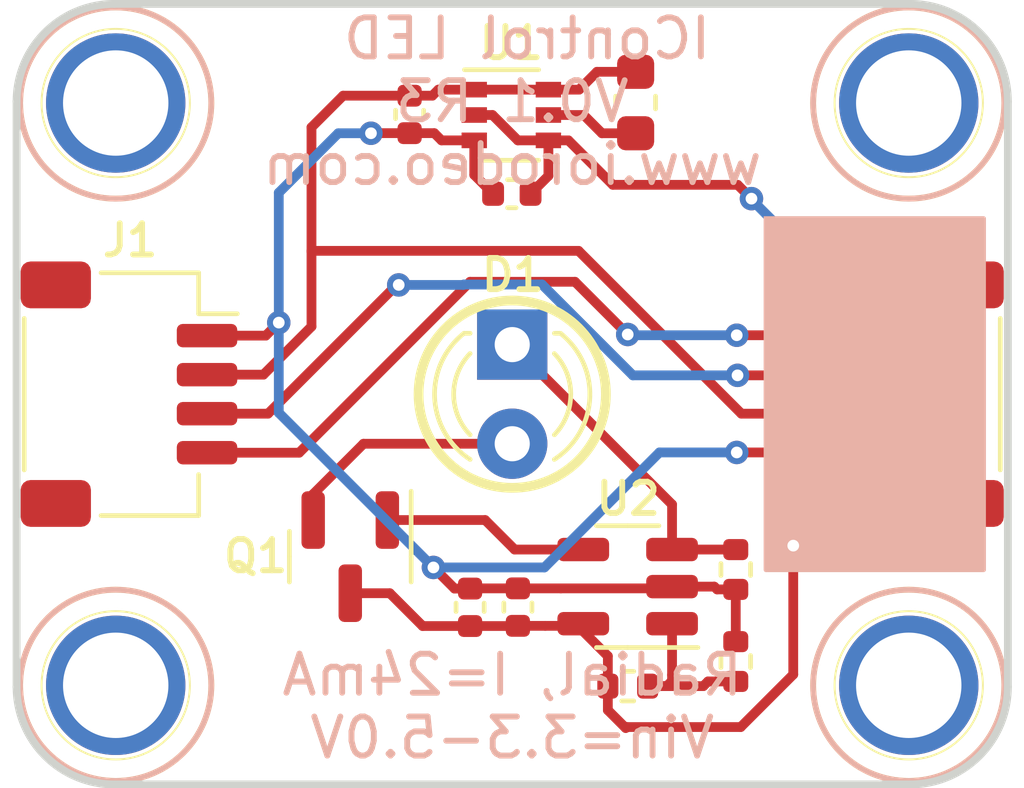
<source format=kicad_pcb>
(kicad_pcb (version 20221018) (generator pcbnew)
  (layers (0 "F.Cu" signal) (31 "B.Cu" signal) (34 "B.Paste" user) (35 "F.Paste" user) (36 "B.SilkS" user "B.Silkscreen") (37 "F.SilkS" user "F.Silkscreen") (38 "B.Mask" user) (39 "F.Mask" user) (44 "Edge.Cuts" user))
  (net 0 "")
  (net 1 "GND")
  (net 2 "/VIN")
  (net 3 "/VL")
  (net 4 "/SCL")
  (net 5 "/SDA")
  (net 6 "/5V")
  (net 7 "Net-(D1-K)")
  (net 8 "Net-(D1-A)")
  (net 9 "Net-(Q1-B)")
  (net 10 "/Vset")
  (footprint "custom_mount_hole:MountingHole_2.5mm_Pad" (layer "F.Cu") (at 52.54 52.54)
    (fp_text reference "M1" hide)
    (fp_text value "MountingHole_2.5mm_Pad" hide)
    (fp_circle (center 0 0) (end 2.45 0) (stroke (width 0.15)) (fill none) (layer "B.SilkS"))
    (fp_circle (center 0 0) (end 1.9 0) (stroke (width 0.05)) (fill none) (layer "F.SilkS"))
    (fp_circle (center 0 0) (end 2.45 0) (stroke (width 0.15)) (fill none) (layer "F.SilkS"))
    (pad "~" thru_hole circle (at 0 0) (size 3.57 3.57) (drill 2.7) (layers "*.Cu" "*.Mask"))
  )
  (footprint "custom_mount_hole:MountingHole_2.5mm_Pad" (layer "F.Cu") (at 72.86 52.54)
    (fp_text reference "M2" hide)
    (fp_text value "MountingHole_2.5mm_Pad" hide)
    (fp_circle (center 0 0) (end 2.45 0) (stroke (width 0.15)) (fill none) (layer "B.SilkS"))
    (fp_circle (center 0 0) (end 1.9 0) (stroke (width 0.05)) (fill none) (layer "F.SilkS"))
    (fp_circle (center 0 0) (end 2.45 0) (stroke (width 0.15)) (fill none) (layer "F.SilkS"))
    (pad "~" thru_hole circle (at 0 0) (size 3.57 3.57) (drill 2.7) (layers "*.Cu" "*.Mask"))
  )
  (footprint "custom_mount_hole:MountingHole_2.5mm_Pad" (layer "F.Cu") (at 72.86 67.46)
    (fp_text reference "M3" hide)
    (fp_text value "MountingHole_2.5mm_Pad" hide)
    (fp_circle (center 0 0) (end 2.45 0) (stroke (width 0.15)) (fill none) (layer "B.SilkS"))
    (fp_circle (center 0 0) (end 1.9 0) (stroke (width 0.05)) (fill none) (layer "F.SilkS"))
    (fp_circle (center 0 0) (end 2.45 0) (stroke (width 0.15)) (fill none) (layer "F.SilkS"))
    (pad "~" thru_hole circle (at 0 0) (size 3.57 3.57) (drill 2.7) (layers "*.Cu" "*.Mask"))
  )
  (footprint "custom_mount_hole:MountingHole_2.5mm_Pad" (layer "F.Cu") (at 52.54 67.46)
    (fp_text reference "M4" hide)
    (fp_text value "MountingHole_2.5mm_Pad" hide)
    (fp_circle (center 0 0) (end 2.45 0) (stroke (width 0.15)) (fill none) (layer "B.SilkS"))
    (fp_circle (center 0 0) (end 1.9 0) (stroke (width 0.05)) (fill none) (layer "F.SilkS"))
    (fp_circle (center 0 0) (end 2.45 0) (stroke (width 0.15)) (fill none) (layer "F.SilkS"))
    (pad "~" thru_hole circle (at 0 0) (size 3.57 3.57) (drill 2.7) (layers "*.Cu" "*.Mask"))
  )
  (footprint "LED_D3mm_custom:LED_D3.0mm" (layer "F.Cu") (at 62.7 58.73 -90)
    (fp_text reference "D1" (at -1.7832 -0.0126 180) (layer "F.SilkS") (effects (font (size 0.8 0.8))))
    (fp_text value "LED" hide)
    (fp_line (start -0.29 -1.236) (end -0.29 -1.08) (stroke (width 0.12)) (layer "F.SilkS"))
    (fp_line (start -0.29 1.08) (end -0.29 1.236) (stroke (width 0.12)) (layer "F.SilkS"))
    (fp_arc (start -0.29 -1.235516) (mid 1.366487 -1.987659) (end 2.942335 -1.078608) (stroke (width 0.12)) (layer "F.SilkS"))
    (fp_arc (start 0.229039 -1.08) (mid 1.270117 -1.5) (end 2.31113 -1.079837) (stroke (width 0.12)) (layer "F.SilkS"))
    (fp_arc (start 2.31113 1.079837) (mid 1.270117 1.5) (end 0.229039 1.08) (stroke (width 0.12)) (layer "F.SilkS"))
    (fp_arc (start 2.942335 1.078608) (mid 1.366487 1.987659) (end -0.29 1.235516) (stroke (width 0.12)) (layer "F.SilkS"))
    (pad "1" thru_hole rect (at 0 0 270) (size 1.8 1.8) (drill 0.9) (layers "*.Cu" "*.Mask") (net 7 "Net-(D1-K)"))
    (pad "2" thru_hole circle (at 2.54 0 270) (size 1.8 1.8) (drill 0.9) (layers "*.Cu" "*.Mask") (net 8 "Net-(D1-A)"))
  )
  (footprint "JST_SH_SM04B_custom:JST_SH_SM04B-SRSS-TB_1x04-1MP_P1.00mm_Horizontal" (layer "F.Cu") (at 52.88 60 -90)
    (fp_text reference "J1" (at -3.9422 -0.0298) (layer "F.SilkS") (effects (font (size 0.8 0.8))))
    (fp_text value "Conn_01x04" hide)
    (fp_line (start -3.11 -1.785) (end -2.06 -1.785) (stroke (width 0.12)) (layer "F.SilkS"))
    (fp_line (start -3.11 0.715) (end -3.11 -1.785) (stroke (width 0.12)) (layer "F.SilkS"))
    (fp_line (start -2.06 -1.785) (end -2.06 -2.775) (stroke (width 0.12)) (layer "F.SilkS"))
    (fp_line (start -1.94 2.685) (end 1.94 2.685) (stroke (width 0.12)) (layer "F.SilkS"))
    (fp_line (start 3.11 -1.785) (end 2.06 -1.785) (stroke (width 0.12)) (layer "F.SilkS"))
    (fp_line (start 3.11 0.715) (end 3.11 -1.785) (stroke (width 0.12)) (layer "F.SilkS"))
    (pad "1" smd roundrect (at -1.5 -2 270) (size 0.6 1.55) (layers "F.Cu" "F.Paste" "F.Mask") (net 1 "GND"))
    (pad "2" smd roundrect (at -0.5 -2 270) (size 0.6 1.55) (layers "F.Cu" "F.Paste" "F.Mask") (net 2 "/VIN"))
    (pad "3" smd roundrect (at 0.5 -2 270) (size 0.6 1.55) (layers "F.Cu" "F.Paste" "F.Mask") (net 5 "/SDA"))
    (pad "4" smd roundrect (at 1.5 -2 270) (size 0.6 1.55) (layers "F.Cu" "F.Paste" "F.Mask") (net 4 "/SCL"))
    (pad "MP" smd roundrect (at -2.8 1.875 270) (size 1.2 1.8) (layers "F.Cu" "F.Paste" "F.Mask") (roundrect_rratio 0.2083333333))
    (pad "MP" smd roundrect (at 2.8 1.875 270) (size 1.2 1.8) (layers "F.Cu" "F.Paste" "F.Mask") (roundrect_rratio 0.2083333333))
  )
  (footprint "JST_SH_SM04B_custom:JST_SH_SM04B-SRSS-TB_1x04-1MP_P1.00mm_Horizontal" (layer "F.Cu") (at 72.52 60 90)
    (fp_text reference "J2" (at 3.8152 0.0208 180) (layer "F.SilkS") (effects (font (size 0.8 0.8))))
    (fp_text value "Conn_01x04" hide)
    (fp_line (start -3.11 -1.785) (end -2.06 -1.785) (stroke (width 0.12)) (layer "F.SilkS"))
    (fp_line (start -3.11 0.715) (end -3.11 -1.785) (stroke (width 0.12)) (layer "F.SilkS"))
    (fp_line (start -2.06 -1.785) (end -2.06 -2.775) (stroke (width 0.12)) (layer "F.SilkS"))
    (fp_line (start -1.94 2.685) (end 1.94 2.685) (stroke (width 0.12)) (layer "F.SilkS"))
    (fp_line (start 3.11 -1.785) (end 2.06 -1.785) (stroke (width 0.12)) (layer "F.SilkS"))
    (fp_line (start 3.11 0.715) (end 3.11 -1.785) (stroke (width 0.12)) (layer "F.SilkS"))
    (pad "1" smd roundrect (at -1.5 -2 90) (size 0.6 1.55) (layers "F.Cu" "F.Paste" "F.Mask") (net 1 "GND"))
    (pad "2" smd roundrect (at -0.5 -2 90) (size 0.6 1.55) (layers "F.Cu" "F.Paste" "F.Mask") (net 2 "/VIN"))
    (pad "3" smd roundrect (at 0.5 -2 90) (size 0.6 1.55) (layers "F.Cu" "F.Paste" "F.Mask") (net 5 "/SDA"))
    (pad "4" smd roundrect (at 1.5 -2 90) (size 0.6 1.55) (layers "F.Cu" "F.Paste" "F.Mask") (net 4 "/SCL"))
    (pad "MP" smd roundrect (at -2.8 1.875 90) (size 1.2 1.8) (layers "F.Cu" "F.Paste" "F.Mask") (roundrect_rratio 0.2083333333))
    (pad "MP" smd roundrect (at 2.8 1.875 90) (size 1.2 1.8) (layers "F.Cu" "F.Paste" "F.Mask") (roundrect_rratio 0.2083333333))
  )
  (footprint "Resistor_SMD:R_0402_1005Metric" (layer "F.Cu") (at 68.4276 64.4926 -90)
    (fp_text reference "R1" hide)
    (fp_text value "10" hide)
    (fp_line (start -0.153641 -0.38) (end 0.153641 -0.38) (stroke (width 0.12)) (layer "F.SilkS"))
    (fp_line (start -0.153641 0.38) (end 0.153641 0.38) (stroke (width 0.12)) (layer "F.SilkS"))
    (pad "1" smd roundrect (at -0.51 0 270) (size 0.54 0.64) (layers "F.Cu" "F.Paste" "F.Mask") (net 7 "Net-(D1-K)"))
    (pad "2" smd roundrect (at 0.51 0 270) (size 0.54 0.64) (layers "F.Cu" "F.Paste" "F.Mask") (net 1 "GND"))
  )
  (footprint "Package_TO_SOT_SMD:SOT-23-5" (layer "F.Cu") (at 65.6577 64.931 180)
    (fp_text reference "U2" (at -0.0125 2.25) (layer "F.SilkS") (effects (font (size 0.8 0.8) (thickness 0.15) bold)))
    (fp_text value "LMV321")
    (fp_line (start 0 -1.56) (end -1.8 -1.56) (stroke (width 0.12)) (layer "F.SilkS"))
    (fp_line (start 0 -1.56) (end 0.8 -1.56) (stroke (width 0.12)) (layer "F.SilkS"))
    (fp_line (start 0 1.56) (end -0.8 1.56) (stroke (width 0.12)) (layer "F.SilkS"))
    (fp_line (start 0 1.56) (end 0.8 1.56) (stroke (width 0.12)) (layer "F.SilkS"))
    (pad "1" smd roundrect (at -1.1375 -0.95 180) (size 1.325 0.6) (layers "F.Cu" "F.Paste" "F.Mask") (net 10 "/Vset"))
    (pad "2" smd roundrect (at -1.1375 0 180) (size 1.325 0.6) (layers "F.Cu" "F.Paste" "F.Mask") (net 1 "GND"))
    (pad "3" smd roundrect (at -1.1375 0.95 180) (size 1.325 0.6) (layers "F.Cu" "F.Paste" "F.Mask") (net 7 "Net-(D1-K)"))
    (pad "4" smd roundrect (at 1.1375 0.95 180) (size 1.325 0.6) (layers "F.Cu" "F.Paste" "F.Mask") (net 9 "Net-(Q1-B)"))
    (pad "5" smd roundrect (at 1.1375 -0.95 180) (size 1.325 0.6) (layers "F.Cu" "F.Paste" "F.Mask") (net 6 "/5V"))
  )
  (footprint "Capacitor_SMD:C_0402_1005Metric" (layer "F.Cu") (at 62.8452 65.456 90)
    (fp_text reference "C3" hide)
    (fp_text value "0.1uF" hide)
    (fp_line (start -0.107836 -0.36) (end 0.107836 -0.36) (stroke (width 0.12)) (layer "F.SilkS"))
    (fp_line (start -0.107836 0.36) (end 0.107836 0.36) (stroke (width 0.12)) (layer "F.SilkS"))
    (pad "1" smd roundrect (at -0.48 0 90) (size 0.56 0.62) (layers "F.Cu" "F.Paste" "F.Mask") (net 6 "/5V"))
    (pad "2" smd roundrect (at 0.48 0 90) (size 0.56 0.62) (layers "F.Cu" "F.Paste" "F.Mask") (net 1 "GND"))
  )
  (footprint "Resistor_SMD:R_0402_1005Metric" (layer "F.Cu") (at 68.4276 66.8508 90)
    (fp_text reference "R3" hide)
    (fp_text value "1k" hide)
    (fp_line (start -0.153641 -0.38) (end 0.153641 -0.38) (stroke (width 0.12)) (layer "F.SilkS"))
    (fp_line (start -0.153641 0.38) (end 0.153641 0.38) (stroke (width 0.12)) (layer "F.SilkS"))
    (pad "1" smd roundrect (at -0.51 0 90) (size 0.54 0.64) (layers "F.Cu" "F.Paste" "F.Mask") (net 10 "/Vset"))
    (pad "2" smd roundrect (at 0.51 0 90) (size 0.54 0.64) (layers "F.Cu" "F.Paste" "F.Mask") (net 1 "GND"))
  )
  (footprint "Inductor_SMD:L_0603_1608Metric" (layer "F.Cu") (at 65.8622 52.5272 -90)
    (fp_text reference "L1" hide)
    (fp_text value "4.7uF" hide)
    (fp_line (start -0.162779 -0.51) (end 0.162779 -0.51) (stroke (width 0.12)) (layer "F.SilkS"))
    (fp_line (start -0.162779 0.51) (end 0.162779 0.51) (stroke (width 0.12)) (layer "F.SilkS"))
    (pad "1" smd roundrect (at -0.7875 0 270) (size 0.875 0.95) (layers "F.Cu" "F.Paste" "F.Mask") (net 2 "/VIN"))
    (pad "2" smd roundrect (at 0.7875 0 270) (size 0.875 0.95) (layers "F.Cu" "F.Paste" "F.Mask") (net 3 "/VL"))
  )
  (footprint "Resistor_SMD:R_0402_1005Metric" (layer "F.Cu") (at 65.6602 67.481)
    (fp_text reference "R2" hide)
    (fp_text value "20k" hide)
    (fp_line (start -0.153641 -0.38) (end 0.153641 -0.38) (stroke (width 0.12)) (layer "F.SilkS"))
    (fp_line (start -0.153641 0.38) (end 0.153641 0.38) (stroke (width 0.12)) (layer "F.SilkS"))
    (pad "1" smd roundrect (at -0.51 0) (size 0.54 0.64) (layers "F.Cu" "F.Paste" "F.Mask") (net 6 "/5V"))
    (pad "2" smd roundrect (at 0.51 0) (size 0.54 0.64) (layers "F.Cu" "F.Paste" "F.Mask") (net 10 "/Vset"))
  )
  (footprint "Capacitor_SMD:C_0402_1005Metric" (layer "F.Cu") (at 60.071 52.832 90)
    (fp_text reference "C1" hide)
    (fp_text value "10uF" hide)
    (fp_line (start -0.107836 -0.36) (end 0.107836 -0.36) (stroke (width 0.12)) (layer "F.SilkS"))
    (fp_line (start -0.107836 0.36) (end 0.107836 0.36) (stroke (width 0.12)) (layer "F.SilkS"))
    (pad "1" smd roundrect (at -0.48 0 90) (size 0.56 0.62) (layers "F.Cu" "F.Paste" "F.Mask") (net 1 "GND"))
    (pad "2" smd roundrect (at 0.48 0 90) (size 0.56 0.62) (layers "F.Cu" "F.Paste" "F.Mask") (net 2 "/VIN"))
  )
  (footprint "Package_TO_SOT_SMD:SOT-363_SC-70-6" (layer "F.Cu") (at 62.677 52.847)
    (fp_text reference "U1" (at 0 -1.8438) (layer "F.SilkS") (effects (font (size 0.8 0.8))))
    (fp_text value "TPS61222DCK" hide)
    (fp_line (start -0.7 1.16) (end 0.7 1.16) (stroke (width 0.12)) (layer "F.SilkS"))
    (fp_line (start 0.7 -1.16) (end -1.2 -1.16) (stroke (width 0.12)) (layer "F.SilkS"))
    (pad "1" smd rect (at -0.95 -0.65) (size 0.65 0.4) (layers "F.Cu" "F.Paste" "F.Mask") (net 2 "/VIN"))
    (pad "2" smd rect (at -0.95 0) (size 0.65 0.4) (layers "F.Cu" "F.Paste" "F.Mask") (net 6 "/5V"))
    (pad "3" smd rect (at -0.95 0.65) (size 0.65 0.4) (layers "F.Cu" "F.Paste" "F.Mask") (net 1 "GND"))
    (pad "4" smd rect (at 0.95 0.65) (size 0.65 0.4) (layers "F.Cu" "F.Paste" "F.Mask") (net 6 "/5V"))
    (pad "5" smd rect (at 0.95 0) (size 0.65 0.4) (layers "F.Cu" "F.Paste" "F.Mask") (net 3 "/VL"))
    (pad "6" smd rect (at 0.95 -0.65) (size 0.65 0.4) (layers "F.Cu" "F.Paste" "F.Mask") (net 2 "/VIN"))
  )
  (footprint "Capacitor_SMD:C_0402_1005Metric" (layer "F.Cu") (at 61.6202 65.461 90)
    (fp_text reference "C4" hide)
    (fp_text value "10uF" hide)
    (fp_line (start -0.107836 -0.36) (end 0.107836 -0.36) (stroke (width 0.12)) (layer "F.SilkS"))
    (fp_line (start -0.107836 0.36) (end 0.107836 0.36) (stroke (width 0.12)) (layer "F.SilkS"))
    (pad "1" smd roundrect (at -0.48 0 90) (size 0.56 0.62) (layers "F.Cu" "F.Paste" "F.Mask") (net 6 "/5V"))
    (pad "2" smd roundrect (at 0.48 0 90) (size 0.56 0.62) (layers "F.Cu" "F.Paste" "F.Mask") (net 1 "GND"))
  )
  (footprint "Package_TO_SOT_SMD:SOT-23" (layer "F.Cu") (at 58.55 64.1625 -90)
    (fp_text reference "Q1" (at -0.0125 2.425 -180) (layer "F.SilkS") (effects (font (size 0.8 0.8) (thickness 0.15) bold)))
    (fp_text value "MMBT5551L" hide)
    (fp_line (start 0 -1.56) (end -1.675 -1.56) (stroke (width 0.12)) (layer "F.SilkS"))
    (fp_line (start 0 -1.56) (end 0.65 -1.56) (stroke (width 0.12)) (layer "F.SilkS"))
    (fp_line (start 0 1.56) (end -0.65 1.56) (stroke (width 0.12)) (layer "F.SilkS"))
    (fp_line (start 0 1.56) (end 0.65 1.56) (stroke (width 0.12)) (layer "F.SilkS"))
    (pad "1" smd roundrect (at -0.9375 -0.95 270) (size 1.475 0.6) (layers "F.Cu" "F.Paste" "F.Mask") (net 9 "Net-(Q1-B)"))
    (pad "2" smd roundrect (at -0.9375 0.95 270) (size 1.475 0.6) (layers "F.Cu" "F.Paste" "F.Mask") (net 8 "Net-(D1-A)"))
    (pad "3" smd roundrect (at 0.9375 0 270) (size 1.475 0.6) (layers "F.Cu" "F.Paste" "F.Mask") (net 6 "/5V"))
  )
  (footprint "Capacitor_SMD:C_0402_1005Metric" (layer "F.Cu") (at 62.6898 54.864)
    (fp_text reference "C2" hide)
    (fp_text value "10uF" hide)
    (fp_line (start -0.107836 -0.36) (end 0.107836 -0.36) (stroke (width 0.12)) (layer "F.SilkS"))
    (fp_line (start -0.107836 0.36) (end 0.107836 0.36) (stroke (width 0.12)) (layer "F.SilkS"))
    (pad "1" smd roundrect (at -0.48 0) (size 0.56 0.62) (layers "F.Cu" "F.Paste" "F.Mask") (net 1 "GND"))
    (pad "2" smd roundrect (at 0.48 0) (size 0.56 0.62) (layers "F.Cu" "F.Paste" "F.Mask") (net 6 "/5V"))
  )
  (gr_rect (start 69.2023 55.5) (end 74.7776 64.5) (stroke (width 0.12)) (fill solid) (layer "B.SilkS"))
  (gr_circle (center 62.7 60) (end 65.1 60) (stroke (width 0.25)) (fill none) (layer "F.SilkS"))
  (gr_arc (start 72.9 50) (mid 74.667767 50.732233) (end 75.4 52.5) (stroke (width 0.2)) (layer "Edge.Cuts"))
  (gr_arc (start 52.5 70) (mid 50.732233 69.267767) (end 50 67.5) (stroke (width 0.2)) (layer "Edge.Cuts"))
  (gr_line (start 52.5 50) (end 72.9 50) (stroke (width 0.2)) (layer "Edge.Cuts"))
  (gr_arc (start 50 52.5) (mid 50.732233 50.732233) (end 52.5 50) (stroke (width 0.2)) (layer "Edge.Cuts"))
  (gr_arc (start 75.4 67.5) (mid 74.667767 69.267767) (end 72.9 70) (stroke (width 0.2)) (layer "Edge.Cuts"))
  (gr_line (start 50 52.5) (end 50 67.5) (stroke (width 0.2)) (layer "Edge.Cuts"))
  (gr_line (start 52.5 70) (end 72.9 70) (stroke (width 0.2)) (layer "Edge.Cuts"))
  (gr_line (start 75.4 52.5) (end 75.4 67.5) (stroke (width 0.2)) (layer "Edge.Cuts"))
  (gr_text "IControl LED \nV0.1 R3\nwww.iorodeo.com" (at 62.7 52.5) (layer "B.SilkS") (effects (font (size 1 1)) (justify mirror)))
  (gr_text "Radial, I=24mA\nVin=3.3-5.0V" (at 62.7 68) (layer "B.SilkS") (effects (font (size 1 1)) (justify mirror)))
  (segment (start 61.2218 64.981) (end 60.6806 64.4398) (width 0.25) (layer "F.Cu") (net 1))
  (segment (start 68.4276 65.0026) (end 68.4276 66.3408) (width 0.25) (layer "F.Cu") (net 1))
  (segment (start 60.071 53.312) (end 60.7034 53.312) (width 0.25) (layer "F.Cu") (net 1))
  (segment (start 60.7034 53.312) (end 60.8884 53.497) (width 0.25) (layer "F.Cu") (net 1))
  (segment (start 62.8452 64.976) (end 61.6252 64.976) (width 0.25) (layer "F.Cu") (net 1))
  (segment (start 68.4276 65.0026) (end 67.949 65.0026) (width 0.25) (layer "F.Cu") (net 1))
  (segment (start 70.3134 61.4934) (end 70.32 61.5) (width 0.25) (layer "F.Cu") (net 1))
  (segment (start 62.8452 64.976) (end 63.9452 64.976) (width 0.25) (layer "F.Cu") (net 1))
  (segment (start 67.949 65.0026) (end 67.8774 64.931) (width 0.25) (layer "F.Cu") (net 1))
  (segment (start 68.453 61.4934) (end 70.4134 61.4934) (width 0.25) (layer "F.Cu") (net 1))
  (segment (start 59.083 53.312) (end 59.0804 53.3146) (width 0.25) (layer "F.Cu") (net 1))
  (segment (start 56.3842 58.5) (end 54.98 58.5) (width 0.25) (layer "F.Cu") (net 1))
  (segment (start 70.4134 61.4934) (end 70.42 61.5) (width 0.25) (layer "F.Cu") (net 1))
  (segment (start 56.3842 58.5) (end 56.7182 58.166) (width 0.25) (layer "F.Cu") (net 1))
  (segment (start 70.7684 61.4934) (end 70.775 61.5) (width 0.25) (layer "F.Cu") (net 1))
  (segment (start 70.3634 61.4934) (end 70.37 61.5) (width 0.25) (layer "F.Cu") (net 1))
  (segment (start 61.727 54.3812) (end 62.2098 54.864) (width 0.25) (layer "F.Cu") (net 1))
  (segment (start 61.6202 64.981) (end 61.2218 64.981) (width 0.25) (layer "F.Cu") (net 1))
  (segment (start 66.7502 64.976) (end 66.7952 64.931) (width 0.25) (layer "F.Cu") (net 1))
  (segment (start 60.8884 53.497) (end 61.727 53.497) (width 0.25) (layer "F.Cu") (net 1))
  (segment (start 67.8774 64.931) (end 66.7952 64.931) (width 0.25) (layer "F.Cu") (net 1))
  (segment (start 60.071 53.312) (end 59.083 53.312) (width 0.25) (layer "F.Cu") (net 1))
  (segment (start 61.727 53.497) (end 61.727 54.3812) (width 0.25) (layer "F.Cu") (net 1))
  (segment (start 63.9452 64.976) (end 66.7502 64.976) (width 0.25) (layer "F.Cu") (net 1))
  (segment (start 61.6252 64.976) (end 61.6202 64.981) (width 0.25) (layer "F.Cu") (net 1))
  (via (at 60.6806 64.4398) (size 0.6) (drill 0.3) (layers "F.Cu" "B.Cu") (net 1))
  (via (at 56.7182 58.166) (size 0.6) (drill 0.3) (layers "F.Cu" "B.Cu") (net 1))
  (via (at 59.0804 53.3146) (size 0.6) (drill 0.3) (layers "F.Cu" "B.Cu") (net 1))
  (via (at 68.453 61.4934) (size 0.6) (drill 0.3) (layers "F.Cu" "B.Cu") (net 1))
  (segment (start 56.7182 54.8386) (end 58.2422 53.3146) (width 0.25) (layer "B.Cu") (net 1))
  (segment (start 60.6806 64.4398) (end 63.5254 64.4398) (width 0.25) (layer "B.Cu") (net 1))
  (segment (start 66.4718 61.4934) (end 68.453 61.4934) (width 0.25) (layer "B.Cu") (net 1))
  (segment (start 56.7182 60.4774) (end 60.6806 64.4398) (width 0.25) (layer "B.Cu") (net 1))
  (segment (start 58.2422 53.3146) (end 59.0804 53.3146) (width 0.25) (layer "B.Cu") (net 1))
  (segment (start 63.5254 64.4398) (end 66.4718 61.4934) (width 0.25) (layer "B.Cu") (net 1))
  (segment (start 56.7182 58.166) (end 56.7182 54.8386) (width 0.25) (layer "B.Cu") (net 1))
  (segment (start 56.7182 58.166) (end 56.7182 60.4774) (width 0.25) (layer "B.Cu") (net 1))
  (segment (start 60.6526 52.352) (end 60.8076 52.197) (width 0.25) (layer "F.Cu") (net 2))
  (segment (start 60.071 52.352) (end 60.6526 52.352) (width 0.25) (layer "F.Cu") (net 2))
  (segment (start 57.5564 53.1622) (end 58.3666 52.352) (width 0.25) (layer "F.Cu") (net 2))
  (segment (start 56.324 59.5) (end 57.5564 58.2676) (width 0.25) (layer "F.Cu") (net 2))
  (segment (start 64.8717 51.7397) (end 65.8622 51.7397) (width 0.25) (layer "F.Cu") (net 2))
  (segment (start 64.4144 52.197) (end 64.8717 51.7397) (width 0.25) (layer "F.Cu") (net 2))
  (segment (start 57.5564 56.3372) (end 57.5564 53.1622) (width 0.25) (layer "F.Cu") (net 2))
  (segment (start 57.5661 56.3275) (end 64.399584 56.3275) (width 0.25) (layer "F.Cu") (net 2))
  (segment (start 57.5564 58.2676) (end 57.5564 56.3372) (width 0.25) (layer "F.Cu") (net 2))
  (segment (start 63.627 52.197) (end 64.4144 52.197) (width 0.25) (layer "F.Cu") (net 2))
  (segment (start 57.5564 56.3372) (end 57.5661 56.3275) (width 0.25) (layer "F.Cu") (net 2))
  (segment (start 56.324 59.5) (end 54.98 59.5) (width 0.25) (layer "F.Cu") (net 2))
  (segment (start 58.3666 52.352) (end 60.071 52.352) (width 0.25) (layer "F.Cu") (net 2))
  (segment (start 64.399584 56.3275) (end 68.572084 60.5) (width 0.25) (layer "F.Cu") (net 2))
  (segment (start 68.572084 60.5) (end 70.42 60.5) (width 0.25) (layer "F.Cu") (net 2))
  (segment (start 61.727 52.197) (end 63.627 52.197) (width 0.25) (layer "F.Cu") (net 2))
  (segment (start 60.8076 52.197) (end 61.727 52.197) (width 0.25) (layer "F.Cu") (net 2))
  (segment (start 64.531 52.847) (end 63.627 52.847) (width 0.25) (layer "F.Cu") (net 3))
  (segment (start 65.8622 53.3147) (end 64.9987 53.3147) (width 0.25) (layer "F.Cu") (net 3))
  (segment (start 64.9987 53.3147) (end 64.531 52.847) (width 0.25) (layer "F.Cu") (net 3))
  (segment (start 57.24 61.5) (end 54.98 61.5) (width 0.25) (layer "F.Cu") (net 4))
  (segment (start 61.62 57.12) (end 57.24 61.5) (width 0.25) (layer "F.Cu") (net 4))
  (segment (start 68.453 58.49) (end 70.41 58.49) (width 0.25) (layer "F.Cu") (net 4))
  (segment (start 70.36 58.49) (end 70.37 58.5) (width 0.25) (layer "F.Cu") (net 4))
  (segment (start 70.41 58.49) (end 70.42 58.5) (width 0.25) (layer "F.Cu") (net 4))
  (segment (start 65.659 58.4708) (end 64.3082 57.12) (width 0.25) (layer "F.Cu") (net 4))
  (segment (start 70.31 58.49) (end 70.32 58.5) (width 0.25) (layer "F.Cu") (net 4))
  (segment (start 64.3082 57.12) (end 61.62 57.12) (width 0.25) (layer "F.Cu") (net 4))
  (via (at 68.453 58.49) (size 0.6) (drill 0.3) (layers "F.Cu" "B.Cu") (net 4))
  (via (at 65.659 58.4708) (size 0.6) (drill 0.3) (layers "F.Cu" "B.Cu") (net 4))
  (segment (start 68.453 58.49) (end 65.6782 58.49) (width 0.25) (layer "B.Cu") (net 4))
  (segment (start 65.6782 58.49) (end 65.659 58.4708) (width 0.25) (layer "B.Cu") (net 4))
  (segment (start 59.7916 57.2008) (end 59.7408 57.2008) (width 0.25) (layer "F.Cu") (net 5))
  (segment (start 68.472931 59.517669) (end 70.402331 59.517669) (width 0.25) (layer "F.Cu") (net 5))
  (segment (start 68.472931 59.517669) (end 68.4906 59.5) (width 0.25) (layer "F.Cu") (net 5))
  (segment (start 70.402331 59.517669) (end 70.42 59.5) (width 0.25) (layer "F.Cu") (net 5))
  (segment (start 59.7408 57.2008) (end 56.4416 60.5) (width 0.25) (layer "F.Cu") (net 5))
  (segment (start 56.4416 60.5) (end 54.98 60.5) (width 0.25) (layer "F.Cu") (net 5))
  (segment (start 68.472931 59.517669) (end 68.455262 59.5) (width 0.25) (layer "F.Cu") (net 5))
  (segment (start 70.352331 59.517669) (end 70.37 59.5) (width 0.25) (layer "F.Cu") (net 5))
  (via (at 59.7916 57.2008) (size 0.6) (drill 0.3) (layers "F.Cu" "B.Cu") (net 5))
  (via (at 68.472931 59.517669) (size 0.6) (drill 0.3) (layers "F.Cu" "B.Cu") (net 5))
  (segment (start 61.4492 57.2008) (end 59.7916 57.2008) (width 0.25) (layer "B.Cu") (net 5))
  (segment (start 68.472931 59.517669) (end 65.791469 59.517669) (width 0.25) (layer "B.Cu") (net 5))
  (segment (start 65.791469 59.517669) (end 63.4638 57.19) (width 0.25) (layer "B.Cu") (net 5))
  (segment (start 61.46 57.19) (end 61.4492 57.2008) (width 0.25) (layer "B.Cu") (net 5))
  (segment (start 63.4638 57.19) (end 61.46 57.19) (width 0.25) (layer "B.Cu") (net 5))
  (segment (start 63.627 54.4068) (end 63.1698 54.864) (width 0.25) (layer "F.Cu") (net 6))
  (segment (start 64.5202 65.881) (end 64.5202 66.081) (width 0.25) (layer "F.Cu") (net 6))
  (segment (start 62.8402 65.941) (end 62.8452 65.936) (width 0.25) (layer "F.Cu") (net 6))
  (segment (start 63.5452 65.936) (end 64.4652 65.936) (width 0.25) (layer "F.Cu") (net 6))
  (segment (start 61.6202 65.941) (end 60.4038 65.941) (width 0.25) (layer "F.Cu") (net 6))
  (segment (start 65.6082 68.5546) (end 65.1502 68.0966) (width 0.25) (layer "F.Cu") (net 6))
  (segment (start 58.55 65.1) (end 58.55 65.5858) (width 0.25) (layer "F.Cu") (net 6))
  (segment (start 62.8452 65.936) (end 63.5452 65.936) (width 0.25) (layer "F.Cu") (net 6))
  (segment (start 61.727 52.847) (end 62.1942 52.847) (width 0.25) (layer "F.Cu") (net 6))
  (segment (start 68.5546 68.5292) (end 65.6336 68.5292) (width 0.25) (layer "F.Cu") (net 6))
  (segment (start 65.1502 66.711) (end 65.1502 67.481) (width 0.25) (layer "F.Cu") (net 6))
  (segment (start 68.4754 54.6354) (end 68.83 54.99) (width 0.25) (layer "F.Cu") (net 6))
  (segment (start 63.627 53.497) (end 64.1396 53.497) (width 0.25) (layer "F.Cu") (net 6))
  (segment (start 65.278 54.6354) (end 68.4754 54.6354) (width 0.25) (layer "F.Cu") (net 6))
  (segment (start 62.1942 52.847) (end 62.8442 53.497) (width 0.25) (layer "F.Cu") (net 6))
  (segment (start 64.5202 66.081) (end 65.1502 66.711) (width 0.25) (layer "F.Cu") (net 6))
  (segment (start 61.6202 65.941) (end 62.8402 65.941) (width 0.25) (layer "F.Cu") (net 6))
  (segment (start 59.5628 65.1) (end 58.55 65.1) (width 0.25) (layer "F.Cu") (net 6))
  (segment (start 65.6336 68.5292) (end 65.6082 68.5546) (width 0.25) (layer "F.Cu") (net 6))
  (segment (start 63.627 53.497) (end 63.627 54.4068) (width 0.25) (layer "F.Cu") (net 6))
  (segment (start 64.1396 53.497) (end 65.278 54.6354) (width 0.25) (layer "F.Cu") (net 6))
  (segment (start 69.9008 67.183) (end 68.5546 68.5292) (width 0.25) (layer "F.Cu") (net 6))
  (segment (start 60.4038 65.941) (end 59.5628 65.1) (width 0.25) (layer "F.Cu") (net 6))
  (segment (start 69.9008 63.881) (end 69.9008 67.183) (width 0.25) (layer "F.Cu") (net 6))
  (segment (start 62.8442 53.497) (end 63.627 53.497) (width 0.25) (layer "F.Cu") (net 6))
  (segment (start 65.1502 68.0966) (end 65.1502 67.481) (width 0.25) (layer "F.Cu") (net 6))
  (segment (start 64.4652 65.936) (end 64.5202 65.881) (width 0.25) (layer "F.Cu") (net 6))
  (via (at 69.9008 63.881) (size 0.6) (drill 0.3) (layers "F.Cu" "B.Cu") (net 6))
  (via (at 68.83 54.99) (size 0.6) (drill 0.3) (layers "F.Cu" "B.Cu") (net 6))
  (segment (start 69.9008 56.0832) (end 68.83 55.0124) (width 0.25) (layer "B.Cu") (net 6))
  (segment (start 68.83 55.0124) (end 68.83 54.99) (width 0.25) (layer "B.Cu") (net 6))
  (segment (start 69.9008 63.881) (end 69.9008 56.0832) (width 0.25) (layer "B.Cu") (net 6))
  (segment (start 68.426 63.981) (end 68.4276 63.9826) (width 0.25) (layer "F.Cu") (net 7))
  (segment (start 66.7952 63.981) (end 66.7952 62.8252) (width 0.25) (layer "F.Cu") (net 7))
  (segment (start 66.7952 62.8252) (end 62.7 58.73) (width 0.25) (layer "F.Cu") (net 7))
  (segment (start 62.7 58.73) (end 63.02 58.73) (width 0.25) (layer "F.Cu") (net 7))
  (segment (start 66.7952 63.981) (end 68.426 63.981) (width 0.25) (layer "F.Cu") (net 7))
  (segment (start 57.6 62.56) (end 58.89 61.27) (width 0.25) (layer "F.Cu") (net 8))
  (segment (start 57.6 63.225) (end 57.6 62.56) (width 0.25) (layer "F.Cu") (net 8))
  (segment (start 58.89 61.27) (end 62.7 61.27) (width 0.25) (layer "F.Cu") (net 8))
  (segment (start 62.0058 63.225) (end 59.5 63.225) (width 0.25) (layer "F.Cu") (net 9))
  (segment (start 59.545 63.18) (end 59.5 63.225) (width 0.25) (layer "F.Cu") (net 9))
  (segment (start 64.5202 63.981) (end 62.7618 63.981) (width 0.25) (layer "F.Cu") (net 9))
  (segment (start 62.7618 63.981) (end 62.0058 63.225) (width 0.25) (layer "F.Cu") (net 9))
  (segment (start 66.7952 67.346) (end 66.6602 67.481) (width 0.25) (layer "F.Cu") (net 10))
  (segment (start 67.7164 67.3608) (end 68.4276 67.3608) (width 0.25) (layer "F.Cu") (net 10))
  (segment (start 66.7952 65.881) (end 66.7952 67.196) (width 0.25) (layer "F.Cu") (net 10))
  (segment (start 66.5226 67.481) (end 67.5962 67.481) (width 0.25) (layer "F.Cu") (net 10))
  (segment (start 66.5226 67.481) (end 66.1702 67.481) (width 0.25) (layer "F.Cu") (net 10))
  (segment (start 66.7952 67.196) (end 66.7952 67.346) (width 0.25) (layer "F.Cu") (net 10))
  (segment (start 66.6602 67.481) (end 66.5226 67.481) (width 0.25) (layer "F.Cu") (net 10))
  (segment (start 67.5962 67.481) (end 67.7164 67.3608) (width 0.25) (layer "F.Cu") (net 10))
)
</source>
